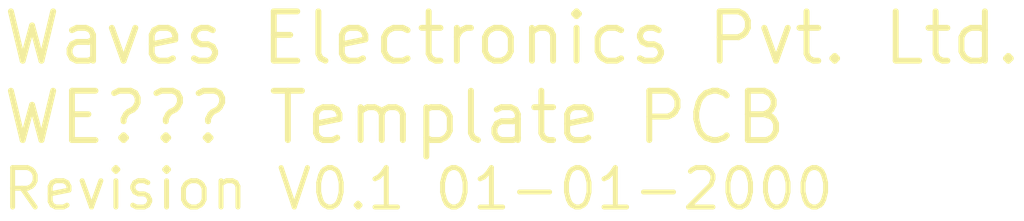
<source format=kicad_pcb>
(kicad_pcb
	(version 20241229)
	(generator "pcbnew")
	(generator_version "9.0")
	(general
		(thickness 1.6)
		(legacy_teardrops no)
	)
	(paper "A4")
	(title_block
		(title "WE??? Template PCB")
		(date "01-01-2000")
		(rev "V0.1")
		(company "Waves Electronics Pvt. Ltd.")
		(comment 1 "X/278A Alumchuvadu-Aqueduct Road, Njaralloor, Kizhakkambalam P.O")
		(comment 2 "Aluva, Ernakulam-683562, Kerala, India")
	)
	(layers
		(0 "F.Cu" signal)
		(2 "B.Cu" signal)
		(9 "F.Adhes" user "F.Adhesive")
		(11 "B.Adhes" user "B.Adhesive")
		(13 "F.Paste" user)
		(15 "B.Paste" user)
		(5 "F.SilkS" user "F.Silkscreen")
		(7 "B.SilkS" user "B.Silkscreen")
		(1 "F.Mask" user)
		(3 "B.Mask" user)
		(17 "Dwgs.User" user "User.Drawings")
		(19 "Cmts.User" user "User.Comments")
		(21 "Eco1.User" user "User.Eco1")
		(23 "Eco2.User" user "User.Eco2")
		(25 "Edge.Cuts" user)
		(27 "Margin" user)
		(31 "F.CrtYd" user "F.Courtyard")
		(29 "B.CrtYd" user "B.Courtyard")
		(35 "F.Fab" user)
		(33 "B.Fab" user)
		(39 "User.1" user)
		(41 "User.2" user)
		(43 "User.3" user)
		(45 "User.4" user)
	)
	(setup
		(pad_to_mask_clearance 0)
		(allow_soldermask_bridges_in_footprints no)
		(tenting front back)
		(pcbplotparams
			(layerselection 0x00000000_00000000_55555555_5755f5ff)
			(plot_on_all_layers_selection 0x00000000_00000000_00000000_00000000)
			(disableapertmacros no)
			(usegerberextensions no)
			(usegerberattributes yes)
			(usegerberadvancedattributes yes)
			(creategerberjobfile yes)
			(dashed_line_dash_ratio 12.000000)
			(dashed_line_gap_ratio 3.000000)
			(svgprecision 4)
			(plotframeref no)
			(mode 1)
			(useauxorigin no)
			(hpglpennumber 1)
			(hpglpenspeed 20)
			(hpglpendiameter 15.000000)
			(pdf_front_fp_property_popups yes)
			(pdf_back_fp_property_popups yes)
			(pdf_metadata yes)
			(pdf_single_document no)
			(dxfpolygonmode yes)
			(dxfimperialunits yes)
			(dxfusepcbnewfont yes)
			(psnegative no)
			(psa4output no)
			(plot_black_and_white yes)
			(sketchpadsonfab no)
			(plotpadnumbers no)
			(hidednponfab no)
			(sketchdnponfab yes)
			(crossoutdnponfab yes)
			(subtractmaskfromsilk no)
			(outputformat 1)
			(mirror no)
			(drillshape 0)
			(scaleselection 1)
			(outputdirectory "production")
		)
	)
	(net 0 "")
	(gr_text "${COMPANY}\n${TITLE}"
		(at 68 31 0)
		(layer "F.SilkS")
		(uuid "17f58a93-9390-4dbe-9e24-f8b9573b9731")
		(effects
			(font
				(size 1.5 1.5)
				(thickness 0.18)
			)
			(justify left bottom)
		)
	)
	(gr_text "Revision ${REVISION} ${ISSUE_DATE}"
		(at 68 33 0)
		(layer "F.SilkS")
		(uuid "46087fa4-e0a8-44ed-8829-71a64b0dc4ef")
		(effects
			(font
				(size 1.2 1.2)
				(thickness 0.15)
			)
			(justify left bottom)
		)
	)
	(embedded_fonts no)
	(embedded_files
		(file
			(name "waves.kicad_wks")
			(type worksheet)
			(data |KLUv/WBbH7WSAEpTFUEe0EgC+SjPf8pW1c/zn1Ih4un8kg/pmqHCC65CJJwvHAQBBAAE5mw2vVpw
				UiUX/aMQ5L3n/vX54sCXoM+OlRpC/wjpo1C5+29vDu79XS4sshJZy3DrKGN33nJ9RJm15G80bQe0
				bNqEtLpyYwuG3UyOr260JDO7vA6fpnu/1KrfKp+9NLyAeffOxezVqhRNqUx/RaXC/M1HJzM7QMNF
				8vPyy+8qBvLtiqUPtgX4+RuV1hhXiaQYhfKqPES0GevJapFs3AsmZT2e89+V6t1gKJJWToBxTiqU
				pcUOItOSOIMhpR9FoXmt577VgUqcDit0NMEjxOHJ6eyJsDmBWOWs1AEklaIC2ylySpxfyV3s/NVZ
				aJcD1kNFokmduVM/F6LGVaNCvEYe+ziIBX8RFJEKy4gT4kafYVcyF6XD/hlfCmvvx0EO73zV+FVu
				xzruI4a+Z21HfnhmxrbMeDUVNRBc2NvYU509BFWss0WwTvZ/O7l/mg8KoFdYonZaY5/RWj5twHzh
				2eH5lMZLYsOVI+55hnuv9MvumpbD8MHTJjvsrB93eZ+bi28IgSJEMOuttLK4vVjFTbrL9Z6UfRWD
				UBSm2ebFagpJ+aKob951/5cG/wdEtBxjWh4P9cYbfZYa9bUugUbf9KralueNdHvcr3XLtTURGn85
				Sl6mg287daJ1VO2m6V/7MkEeKkOUrvXUZDpn1ZwvwiuNLIEMEdjy/Wqe+hTbvrsl1DGPZJfWpdeQ
				kBO5W6dqiMv5UuLjhZ+dFANikSR10OxzwcMjGeFXqKxKhNf6ZC5W6X8sfXzMeTU28+pTlzYfUtsg
				girHKd0V/NqiZMOuZHb+NWCghxznMcJu9vgCDqfHUxXep5GO6nL81DlQTAg3Noza8NMcmp2ugve2
				R3QNCM78VBlEMQbJgUKwxmeKHw2THFDqU85d9BgcSmMUR4EYoBZl/nzWMg0NDoFyoCg1h8s2aKFA
				hwOjiPoYBjmQZI4WYZXkSqkbn7krMOAQHMuBwogwsALj3AUP4zBUV5Cva/sNQCwwgFoZEOSnfNMF
				wb3WJ+dFnMOtv/upMY0KkqMSI29fPYYxILiMA4mgKQxtqz4vEhMgOFB1KUCAckA5oAgKw2gODAQL
				s0AEOoQEovD7KgUIEByw5ifhvm//XvN5TQV+wc1x/VUOgeH4hyIoUBQtDKQAAPKZLhgC5RDgdG3A
				MCDI+zVHc6VAlENQKH5/p7MryM+1XgXFvc43neaxoBAUBuCUjlHBGuduLljbXKDOOn2fAgOCfF5l
				mU6LojhwCA6BOq/HUSgHlkPQMM2BpjAE+X3muAEDglU+5zxdb5nOcxqt6bxl3bswBLPL3qecQF5Y
				YwMU40AhaHPV5dfZjQ1QDhiC9XfxvF/zAgCo9XzFiwONgQQMuOqaQFwbENx0ft7rvLIGMIZhIEdx
				CGbaxe91LwCAAATAYT4B9UxduICxRUX4IKfGJpQ/r2AW9n/gyLXSpg/ut1YwO9po9P69pj8ooUHu
				4bN8KMqiEwhrm/Xvm16jdRd2KgvwJr/EaTusr+ny6+BXskn4YDEpXxqby7MW+rMfKlstfNDmnlew
				iMpU+fmNhlQqcGRK4ym6JNVsL7k4eHWkKZdKWHFfwLYzZnOKbjr7JzIPxoXMhOHTaNJE8YfRpAik
				203n/+hNo90FyYm1FWxaiCLKdB4Qe+HKaCCcJjM9vOVA/Pr+oXQhdBnKO72t8cmc/wz9f9oScpKW
				BoO5mrM5l5m8jJwNsJkl3OQVEVZHU/uRSg5P0FFDDfU5pXvXPrrzamH/YFCaL2T9dzwxiLMzcy5k
				ttW9nm/yeXQeqzOFeCEH/cZ/al2iqx9d5E6kniPURR4BqZlVO9T5RKyModlJ5iI8gXuJEMqh+t2j
				kcO6fc5dwSwfgrR+6scu1Mp5rqQzjYcEC6Tsqoa+Qk7/kannH0VRtJ8NjD1453EZvbs+kPXJl7E5
				MZQwZx/m0dUPreE5iE9Ps2r5zmI8gGsCV16nAMlX6Hlz13WD7h1TBqLMqjx0QhOnQ1uKIWZ9b2ES
				3IF7kVzU+ZI3oL0Iv9xPvDKqhQz88QrkBw+tRmHYJYAiy8yVEQ+szGUWCfclRatXL+bOhZrptVlk
				ZNpltxkqsxszaO7xkziElCcixBYPGuvM/PEIv7yarizDnJeXA+UfforqPp+MmkZ9PvIkO4eR8s7k
				KqUXP4++OsnMDemqJIWjt0OY9Ug/r8ZI/OhwR6kXg7QVIPLx1NVNCmyPiE2fCZljOrrqs83hwppH
				o3LhiKgxoQoVc0bapKHS4sSYCSc6kglNS1qWsPjq7HoEj4V3GHEiHnPkn1xV1PiySHwjHDmTQmSo
				nUsW/lXPxXLgo9+1DrTGivN+xeL0QeNuwwmYgYwYT4bNdJWM0Sb63ReDAiJrORc+MTNVPBkTZKGc
				vaQdxPP9LDkf0cTZkImnNyeUjF2ec2RY5RyytqaR8dfbo5jumDrF//nTa6l79iVC5Hsb3FKdHHoU
				RbpcBQlDtpdZVVxEqjdGJkGLOvfrjfZsCWeK3Cuafi3xJ0yryF0jDCgfxIqyKci4B/rpHcuIdOwf
				SEUrok+EyRqNedKIB1T6D4Kxm/SYsZNrMCLGwYP736T3qabdxdmP9hmaiBc/N4T3+qY7bzovrKVy
				kFmnxGotTzZEWjPXQoscOd34/GmsPlvkVGXZxVSDYboVSH+0yt3t3Ip1rLMr+ly2PMk79NBt2QxF
				Zb4fCSkTuTGS4FxKODzdS8R4lLkxiKmU453yuVfeFGZZKvEWyggR/9947GdoWPoKR3C5xLjBv9q9
				KdEkcpNQjyb/TZjVdlef+PGaHnUmUj9+DmhPNO9K9GBklUrDjWIaEePaH/FDb8AkWv2uVWA4iegK
				hM+pvZaylMC1xvwNhWsOE0cPe0nMN9EznBJzoIlHNga1ohm18fMF+kQnGyZQF+p8q9aO9Hj06Pbk
				CqO2O3MUDN0X1O+k9+06vyMuc9dW+m20m/2pWzYeuPs1cAts8hzNxN/Bb6cly/GEEVZ738zfojFj
				etZHRPvE+8JIxMAqqrjl6/oNXNbTtD1ZualIGuXBt4qZfY4UrZBiQr4Sp11kOXHpM2jTcsRk47LQ
				Zik5C8eWsNbPi6EVGuE/77AjneVyAubu2oPyssPQibT6mv4fapqXDPvhzFSXleCew9mWetlMLz/A
				/Xq+xOnvsZpVhbzmbcMxXMkSKR7FgweEN4JKFR4mcv3tdCDTekn0AVkCghBnzx4TsZZOYVeJiMBN
				aXzFveV3zXnKGmqXDK0MRTcrstDQETNjdnV1ym8T+2DgsKfvPGdh4MugfySVWi+muIKgDZWP6udK
				EiMJ2+QWIfbXChoWvltcsJw5+X/dQVvlnBssaZKmOJziqVBRiJmNKF8i6ySNSIM2+VpmIczfbYUQ
				o6lPMQovV8jyoJGwhhkdWww7TN47+CDKmjo9cGN7vGaSqSQPU9Po16ErNNpODgUxdyIma2dpaLN+
				+ojcez5HwKVY+FzX0+vLlobirK9/q6sWnrxIRVq+BUPvt0PxXOw4W7BI+c2W9nLGLkpdGrWEbuvr
				uOmXkTq+RrM5NZBwHmxrGWGLb2tFRAlqSA34dDB31FtYEQ107RzWZBvSe2Mz4yZo1Rg1kFF/pCnR
				O8zSWlp8eSh77wgNGNnRlmzcM0LIy1BxrhdhkWzfQV3k7+yfoeLS3id/vUZ++FrnQR/8XSZ709Qr
				HcjW074L8ozo9hoVyvsQixCKkJ7lFyg4F/M2YfuQ/nLkes/bvfZKh7mlZi68yhxIGBi6R6KFFjvb
				J8JkSi21+9UFitbwmOhNmB1+N4skNFuddxqxT3fDO7ID2N/rccx4Mf0vcRlNMJQa0wJZONlJyCaI
				hDSZtHyOcqjdZZC5iA9By1p3KI64BpfpJDcWSnolyDaeeSCpSygW7c+PF27ES1YCt2cng1+Ficud
				gq6r//uSDicfFCEwfq7WykGqIv0uJl/epf7NgTLaWJOdAwd3ht7GKcO1y0Gqj5dyshb+CmwL4yfh
				ZW3ISze7B0H8Sw9T+EDRNQ6O69iGtedeUVbc4dhGf8KXH8++WphGLoRRzXgb8RXdWpbUsd9nbEBd
				8kaiG01r/jF2UDVlY14XJduxUyczFzlWVEOwWZU2VYl5rZ/GKg1Q4vBYP3wuNGH07F9/JE5SZMaj
				e8QDN0XCqYm5LHJ9esLeVAYBCGAAAgiwLGvBd6SEnvU4O3qp9ixVRoFhCZItr1YpX2fdCprm6Caz
				1uljyIKXhmG7ngU7R+7vQoukXT/XyB2c792C3LrCh03+2CbE9O89DF/G5XXxKolcl5P+IzKhTX0O
				Mt81TCCM7cwxLnT+/mvCPgQ9lqqF1lCUus2b4Lofm7ElQpDnqNkadh14R2Eg3vItbmWdwaEjdvqh
				NFIK+cB8q+A/KL1yb/nsnl+AcGI5yqo8a+d6A6GAbyFozH1tZO9UiC8+PCE9KVzcZdyuMGBIuQPt
				p5TXAn1jiJTr0m5u0jcu/SnV5GrJYO0pvFyMCXg6Y9wUPCgOHsMNWuh5V3ovxD+IlBBywP1sM29S
				YF4p/eJN58UNd/vObsTHqP1MU1RNlWFFNqPPic8EdjDMhXpG5MLDupL3XVw+0SmoM9oqVhIG22op
				F3UanSmVPF7/upC+iabFew07JtzO8Cf/l8K8Ea4qIUkH0MhddSvbKjX+y2+dsY7M7LGG/hFnfeD9
				brQ7NpPff6fjYUbNzLQys/IkwuvFwh/4P5XtqJtAni/Uzoh8eLhN28QdfQE/MValYSHFmZvxlpF9
				Voh2baRPBJvppcvI31v4Maf7W3CgqXnmM/XRpGfWZrcFCcTvKdCHQCiJy/WFr8NivBODQGxe8Qo/
				ILKMJLKq/P+OELFmWLH9PBUi/1oTwrt95CTyWRTgttT8/87hl9gNR4Bkhpc1xTrggnXu2oOpceQW
				vqeyy2JWlXFK6m1309ss6IlLP1E83eHJuK1KBxcmZx8syt1k3ejp+RCzw594h1zxeB4kuPqlM1fK
				sywbxexyl/Xnkh97haX1D4ddmRNYqLCxmUQPxN/4SfSxIS+Zjde7CQuxcza1sv6KH+XhbmPybPS1
				TA8jhSajvlnwo9ebd8+4h5pOtbPyeFov3PDQbiNfQUc3IpaFvBxc+7CHw5TjthjgtFpB+uLdpfpm
				LvYQDMnQOFSsGLPm4r0gS1RJFO4cbxB4PaEx1arC4LdmXkNmoVisZFxCaK+7EvKrKNEgeqFcP0db
				EVsbOqudaLjhXInhTxmDoUATugnBgbNtw9B+mFY91dukGp37WmnUZsxUo8dT3RBhkdJwn0G4kZ+D
				t+F1SGndCXQN18j9yNrRbjXWGSafjjciIKjN4zbiPjh8+nL1SOPYhGTPVz3R1ZsESzx56qMZfM1q
				q4MR58nuO2W+DOxgyoZ50GH7af5dZKkBAZyjNR6Tw6AyeMDGvMl+ZhatkNVRemQ9VztGTcFJxn6F
				ID6skgH5EMdco0yCgZxYOqpJGS+1ES41OSXsh7gc43U7idpBDhFaJ92xiFhWO23MkbJgN/UxC7e1
				jYAuDV8D2SxSVBLjQudfcikCgOeokSxlEDKGEEJERERERAKZB5BGhMZo0wHiaBxKSYQIjEGGMIIM
				GZlgZEQmSGFhUun2lQJoKDyGt6gsxmBMTMd0GMZQGIoBUv91oY+5mQ/jMQ5T2xIk/95uraCro1Cc
				9TC3OvjuwTDK1PmkrDJzZmbcVO4d1GD2zM4ojMd0mI4BU3xDsy1aJLOXBzNE4F3SUCbOxAyGwRiE
				gaP6Qwyj3JvuCwSTMGBcL8xK/szKLIzHeJiOyTBggGdiwAUlQkQZCdMxDUMxFAZiONUqlVeKNDCG
				3Q9Yi7K6G5IxcYbZ8wgvrrXYolC/PFsiedNi++lSPDqd9iywZ1fbJBi041kqxFg5jY9p+p7HsiFl
				3F3/D9WCIGmuKtj2B1XUunNsC1mILpFs9jFNRfabqZ3X+Zp5By7neQZyjhGyDEdPtzWbzXm3T3Z2
				cklTMOdK/eeN8/nH2PPOQm+QhQ6j6I/wcOJeYC15JkI58NE6Iady+hQT3xgEX7EqBvyYBgF620Fx
				p26cISDPOP8EvMX4ZeYrSg+WMPyV1uI/EGcVYnK94nKnwXL+AdkqxgDBr6cWz2Hg4I1g+N5vE/jY
				Xggkx/Kexa39Dgggw1A/hHbCAAKqG0vLufW3pUVC2FTfK3jucTwsgjbqDw2L4O5iIgGAkgsSgpD0
				UCbXuMxHIFbYbYNeiig2w+zPF2MOCi3udtsZraIM|
			)
			(checksum "DB2F5883325EFAFF5E127D42E7D0FC63")
		)
	)
)

</source>
